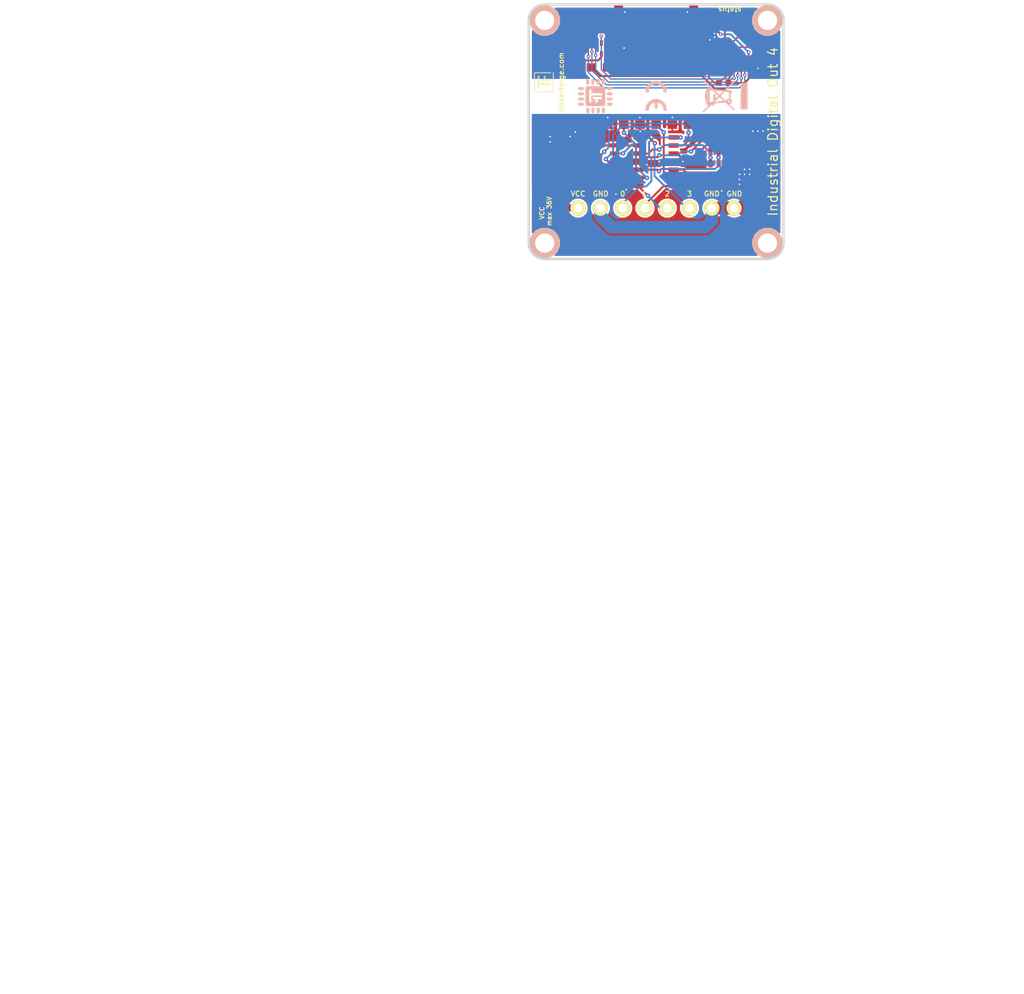
<source format=kicad_pcb>
(kicad_pcb (version 4) (host pcbnew 4.0.2+dfsg1-stable)
  (title_block (title "Industrial Digital Out 4 Bricklet 2.0") (date 2018-01-17) (rev 1.0) (company "Tinkerforge GmbH") (comment 1 "Licensed under CERN OHL v.1.1") (comment 2 "Copyright (©) 2018, L.Lauer <lukas@tinkerforge.com>"))
  (layers (0 Front signal) (31 Back signal) (34 B.Paste user) (35 F.Paste user) (36 B.SilkS user) (37 F.SilkS user) (38 B.Mask user) (39 F.Mask user) (44 Edge.Cuts user))
  (net 0 "")
  (net 1 3V3)
  (net 2 AGND)
  (net 3 GND)
  (net 4 OUTPUT1)
  (net 5 OUTPUT2)
  (net 6 OUTPUT3)
  (net 7 OUTPUT4)
  (net 8 VPP)
  (net 9 "Net-(D1-Pad2)")
  (net 10 "Net-(P1-Pad1)")
  (net 11 "Net-(P1-Pad4)")
  (net 12 "Net-(P1-Pad5)")
  (net 13 "Net-(P1-Pad6)")
  (net 14 "Net-(P2-Pad2)")
  (net 15 "Net-(P2-Pad3)")
  (net 16 "Net-(P2-Pad4)")
  (net 17 "Net-(P2-Pad5)")
  (net 18 "Net-(P2-Pad6)")
  (net 19 "Net-(RP1-Pad5)")
  (net 20 "Net-(RP1-Pad6)")
  (net 21 "Net-(RP1-Pad7)")
  (net 22 "Net-(RP1-Pad8)")
  (net 23 "Net-(RP2-Pad1)")
  (net 24 "Net-(RP2-Pad2)")
  (net 25 "Net-(RP2-Pad3)")
  (net 26 "Net-(RP2-Pad4)")
  (net 27 "Net-(RP3-Pad1)")
  (net 28 "Net-(RP3-Pad2)")
  (net 29 "Net-(RP3-Pad3)")
  (net 30 "Net-(RP3-Pad4)")
  (net 31 "Net-(U1-Pad7)")
  (net 32 "Net-(C4-Pad1)")
  (net 33 "Net-(D2-Pad2)")
  (net 34 "Net-(P3-Pad1)")
  (net 35 "Net-(P4-Pad2)")
  (net 36 "Net-(R2-Pad1)")
  (net 37 S-MISO)
  (net 38 S-MOSI)
  (net 39 S-CLK)
  (net 40 S-CS)
  (net 41 "Net-(U1-Pad2)")
  (net 42 "Net-(U1-Pad3)")
  (net 43 "Net-(U1-Pad5)")
  (net 44 "Net-(U1-Pad6)")
  (net 45 "Net-(U1-Pad8)")
  (net 46 "Net-(U1-Pad17)")
  (net 47 "Net-(U1-Pad19)")
  (net 48 "Net-(U1-Pad20)")
  (net 49 "Net-(U1-Pad21)")
  (net 50 "Net-(U1-Pad4)")
  (module kicad-libraries:Fiducial_Mark (layer Front) (at 99.3013 68.04914)
    (fp_text reference Fiducial_Mark hide)
    (fp_text value VAL** hide)
    (pad 1 smd circle (at 0 0) (size 1.00076 1.00076) (layers Front F.Paste F.Mask) (clearance 0.65024))
  )
  (module kicad-libraries:Fiducial_Mark (layer Front) (at 133.79958 44.04868)
    (fp_text reference Fiducial_Mark hide)
    (fp_text value VAL** hide)
    (pad 1 smd circle (at 0 0) (size 1.00076 1.00076) (layers Front F.Paste F.Mask) (clearance 0.65024))
  )
  (module kicad-libraries:Logo_31x31 (layer Front) (at 98.60026 51.84902 90)
    (fp_text reference G*** hide)
    (fp_text value Logo_31x31 hide)
  )
  (module kicad-libraries:WEEE_7mm (layer Back) (at 128.6 52.45 270)
    (fp_text reference VAL hide)
    (fp_text value WEEE_7mm hide)
  )
  (module kicad-libraries:CE_5mm (layer Back) (at 117.8 52.45 270)
    (fp_text reference VAL hide)
    (fp_text value CE_5mm hide)
  )
  (module C0805 (layer Front) (at 113.05032 65.19926 270)
    (fp_text reference C2)
    (fp_text value 100nF)
    (pad 1 smd rect (at -1.00076 0 270) (size 1.00076 1.24968) (layers Front F.Paste F.Mask) (net 8 VPP) (clearance 0.14986))
    (pad 2 smd rect (at 1.00076 0 270) (size 1.00076 1.24968) (layers Front F.Paste F.Mask) (net 2 AGND) (clearance 0.14986))
  )
  (module ELKO_83 (layer Front) (at 102.69982 62.29858 270)
    (fp_text reference C3)
    (fp_text value 68µF/50V)
    (pad 2 smd rect (at -3.50012 0 270) (size 4.0005 1.99898) (layers Front F.Paste F.Mask) (net 2 AGND))
    (pad 1 smd rect (at 3.50012 0 270) (size 4.0005 1.99898) (layers Front F.Paste F.Mask) (net 8 VPP))
  )
  (module C0402E (layer Front) (at 113.42 44.17 180)
    (fp_text reference C4)
    (fp_text value 220pF)
    (pad 1 smd rect (at -0.65 0 180) (size 0.7 0.9) (layers Front F.Paste F.Mask) (net 32 "Net-(C4-Pad1)"))
    (pad 2 smd rect (at 0.65 0 180) (size 0.7 0.9) (layers Front F.Paste F.Mask) (net 3 GND))
  )
  (module C0603F (layer Front) (at 126.25 42.14 270)
    (fp_text reference C5)
    (fp_text value 1uF)
    (pad 1 smd rect (at -0.75 0 270) (size 0.9 0.9) (layers Front F.Paste F.Mask) (net 1 3V3))
    (pad 2 smd rect (at 0.75 0 270) (size 0.9 0.9) (layers Front F.Paste F.Mask) (net 3 GND))
  )
  (module C0603F (layer Front) (at 128.4 50.38 180)
    (fp_text reference C6)
    (fp_text value 100nF)
    (pad 1 smd rect (at -0.75 0 180) (size 0.9 0.9) (layers Front F.Paste F.Mask) (net 1 3V3))
    (pad 2 smd rect (at 0.75 0 180) (size 0.9 0.9) (layers Front F.Paste F.Mask) (net 3 GND))
  )
  (module MiniMelf (layer Front) (at 133.79958 60.84824 90)
    (fp_text reference D1)
    (fp_text value Z12V)
    (pad 2 smd rect (at -1.69926 0 90) (size 1.19888 1.6002) (layers Front F.Paste F.Mask) (net 9 "Net-(D1-Pad2)"))
    (pad 1 smd rect (at 1.69926 0 90) (size 1.19888 1.6002) (layers Front F.Paste F.Mask) (net 2 AGND))
  )
  (module D0603F (layer Front) (at 129.36 40.12)
    (fp_text reference D2)
    (fp_text value blue)
    (pad 1 smd rect (at -0.75 0) (size 0.9 0.9) (layers Front F.Paste F.Mask) (net 1 3V3))
    (pad 2 smd rect (at 0.75 0) (size 0.9 0.9) (layers Front F.Paste F.Mask) (net 33 "Net-(D2-Pad2)"))
  )
  (module CON-SENSOR2 (layer Front) (at 117.8 38.05 180)
    (fp_text reference P1)
    (fp_text value CON-SENSOR2)
    (pad 1 smd rect (at -3.75 -4.6 180) (size 0.6 1.8) (layers Front F.Paste F.Mask) (net 10 "Net-(P1-Pad1)"))
    (pad 2 smd rect (at -2.5 -4.6 180) (size 0.6 1.8) (layers Front F.Paste F.Mask) (net 3 GND))
    (pad EP smd rect (at -5.9 -1.2 180) (size 1.4 2.4) (layers Front F.Paste F.Mask) (net 3 GND))
    (pad EP smd rect (at 5.9 -1.2 180) (size 1.4 2.4) (layers Front F.Paste F.Mask) (net 3 GND))
    (pad 3 smd rect (at -1.25 -4.6 180) (size 0.6 1.8) (layers Front F.Paste F.Mask) (net 1 3V3))
    (pad 4 smd rect (at 0 -4.6 180) (size 0.6 1.8) (layers Front F.Paste F.Mask) (net 11 "Net-(P1-Pad4)"))
    (pad 5 smd rect (at 1.25 -4.6 180) (size 0.6 1.8) (layers Front F.Paste F.Mask) (net 12 "Net-(P1-Pad5)"))
    (pad 6 smd rect (at 2.5 -4.6 180) (size 0.6 1.8) (layers Front F.Paste F.Mask) (net 13 "Net-(P1-Pad6)"))
    (pad 7 smd rect (at 3.75 -4.6 180) (size 0.6 1.8) (layers Front F.Paste F.Mask) (net 32 "Net-(C4-Pad1)"))
  )
  (module OQ_8P (layer Front) (at 117.80012 70.05066)
    (fp_text reference P2)
    (fp_text value "Digital Output")
    (pad 2 thru_hole circle (at -8.7503 0) (size 2.4003 2.4003) (drill 1.39954) (layers *.Cu *.Mask F.SilkS) (net 14 "Net-(P2-Pad2)"))
    (pad 3 thru_hole circle (at -5.25018 0) (size 2.4003 2.4003) (drill 1.39954) (layers *.Cu *.Mask F.SilkS) (net 15 "Net-(P2-Pad3)"))
    (pad 4 thru_hole circle (at -1.75006 0) (size 2.4003 2.4003) (drill 1.39954) (layers *.Cu *.Mask F.SilkS) (net 16 "Net-(P2-Pad4)"))
    (pad 1 thru_hole circle (at -12.25042 0) (size 2.4003 2.4003) (drill 1.39954) (layers *.Cu *.Mask F.SilkS) (net 8 VPP))
    (pad 5 thru_hole circle (at 1.75006 0) (size 2.4003 2.4003) (drill 1.39954) (layers *.Cu *.Mask F.SilkS) (net 17 "Net-(P2-Pad5)"))
    (pad 6 thru_hole circle (at 5.25018 0) (size 2.4003 2.4003) (drill 1.39954) (layers *.Cu *.Mask F.SilkS) (net 18 "Net-(P2-Pad6)"))
    (pad 7 thru_hole circle (at 8.7503 0) (size 2.4003 2.4003) (drill 1.39954) (layers *.Cu *.Mask F.SilkS) (net 14 "Net-(P2-Pad2)"))
    (pad 8 thru_hole circle (at 12.25042 0) (size 2.4003 2.4003) (drill 1.39954) (layers *.Cu *.Mask F.SilkS) (net 14 "Net-(P2-Pad2)"))
  )
  (module kicad-libraries:DEBUG_PAD (layer Front) (at 131.01 42.78)
    (fp_text reference P3)
    (fp_text value DEBUG)
    (pad 1 smd circle (at 0 0) (size 0.7 0.7) (layers Front F.Paste F.Mask) (net 34 "Net-(P3-Pad1)"))
  )
  (module SolderJumper (layer Front) (at 133.8 47.11 90)
    (fp_text reference P4)
    (fp_text value BOOT)
    (pad 2 smd rect (at 0.55 0 90) (size 0.3 1.4) (layers Front F.Mask) (net 35 "Net-(P4-Pad2)"))
    (pad 2 smd rect (at 0.15 0 90) (size 0.6 0.5) (layers Front F.Mask) (net 35 "Net-(P4-Pad2)"))
    (pad 1 smd rect (at -0.5 0 90) (size 0.4 1.4) (layers Front F.Mask) (net 3 GND))
    (pad 1 smd rect (at -0.225 0.55 90) (size 0.95 0.3) (layers Front F.Mask) (net 3 GND))
    (pad 1 smd rect (at -0.225 -0.55 90) (size 0.95 0.3) (layers Front F.Mask) (net 3 GND))
  )
  (module SOT23GDS (layer Front) (at 133.4008 66.74866)
    (fp_text reference Q1)
    (fp_text value FDN5630)
    (pad S smd rect (at -0.889 -1.016) (size 0.9144 0.9144) (layers Front F.Paste F.Mask) (net 2 AGND))
    (pad G smd rect (at 0.889 -1.016) (size 0.9144 0.9144) (layers Front F.Paste F.Mask) (net 9 "Net-(D1-Pad2)"))
    (pad D smd rect (at 0 1.016) (size 0.9144 0.9144) (layers Front F.Paste F.Mask) (net 14 "Net-(P2-Pad2)"))
  )
  (module R0603F (layer Front) (at 131.89966 61.74994 270)
    (fp_text reference R1)
    (fp_text value 100k)
    (pad 1 smd rect (at -0.75 0 270) (size 0.9 0.9) (layers Front F.Paste F.Mask) (net 8 VPP))
    (pad 2 smd rect (at 0.75 0 270) (size 0.9 0.9) (layers Front F.Paste F.Mask) (net 9 "Net-(D1-Pad2)"))
  )
  (module R0603F (layer Front) (at 129.36 41.46)
    (fp_text reference R2)
    (fp_text value 1k)
    (pad 1 smd rect (at -0.75 0) (size 0.9 0.9) (layers Front F.Paste F.Mask) (net 36 "Net-(R2-Pad1)"))
    (pad 2 smd rect (at 0.75 0) (size 0.9 0.9) (layers Front F.Paste F.Mask) (net 33 "Net-(D2-Pad2)"))
  )
  (module 0603X4 (layer Front) (at 110.4 44.95)
    (fp_text reference RP1)
    (fp_text value 1k)
    (pad 1 smd rect (at 1.19888 -0.8509) (size 0.44958 0.89916) (layers Front F.Paste F.Mask) (net 4 OUTPUT1))
    (pad 2 smd rect (at 0.39878 -0.8509) (size 0.44958 0.89916) (layers Front F.Paste F.Mask) (net 5 OUTPUT2))
    (pad 3 smd rect (at -0.39878 -0.8509) (size 0.44958 0.89916) (layers Front F.Paste F.Mask) (net 6 OUTPUT3))
    (pad 4 smd rect (at -1.19888 -0.8509) (size 0.44958 0.89916) (layers Front F.Paste F.Mask) (net 7 OUTPUT4))
    (pad 5 smd rect (at -1.19888 0.8509) (size 0.44958 0.89916) (layers Front F.Paste F.Mask) (net 19 "Net-(RP1-Pad5)"))
    (pad 6 smd rect (at -0.39878 0.8509) (size 0.44958 0.89916) (layers Front F.Paste F.Mask) (net 20 "Net-(RP1-Pad6)"))
    (pad 7 smd rect (at 0.39878 0.8509) (size 0.44958 0.89916) (layers Front F.Paste F.Mask) (net 21 "Net-(RP1-Pad7)"))
    (pad 8 smd rect (at 1.19888 0.8509) (size 0.44958 0.89916) (layers Front F.Paste F.Mask) (net 22 "Net-(RP1-Pad8)"))
  )
  (module 1206X4 (layer Front) (at 109.5502 62.09792 90)
    (fp_text reference RP2)
    (fp_text value 12k)
    (pad 1 smd rect (at -1.90246 1.59766 270) (size 0.6477 1.19888) (layers Front F.Paste F.Mask) (net 23 "Net-(RP2-Pad1)"))
    (pad 2 smd rect (at -0.63246 1.59766 270) (size 0.6477 1.19888) (layers Front F.Paste F.Mask) (net 24 "Net-(RP2-Pad2)"))
    (pad 3 smd rect (at 0.63246 1.59766 270) (size 0.6477 1.19888) (layers Front F.Paste F.Mask) (net 25 "Net-(RP2-Pad3)"))
    (pad 4 smd rect (at 1.90246 1.59766 270) (size 0.6477 1.19888) (layers Front F.Paste F.Mask) (net 26 "Net-(RP2-Pad4)"))
    (pad 5 smd rect (at 1.90246 -1.59766 90) (size 0.6477 1.19888) (layers Front F.Paste F.Mask) (net 8 VPP))
    (pad 6 smd rect (at 0.63246 -1.59766 90) (size 0.6477 1.19888) (layers Front F.Paste F.Mask) (net 8 VPP))
    (pad 7 smd rect (at -0.63246 -1.59766 90) (size 0.6477 1.19888) (layers Front F.Paste F.Mask) (net 8 VPP))
    (pad 8 smd rect (at -1.90246 -1.59766 90) (size 0.6477 1.19888) (layers Front F.Paste F.Mask) (net 8 VPP))
  )
  (module 1206X4 (layer Front) (at 128.24968 59.5503)
    (fp_text reference RP3)
    (fp_text value 10k)
    (pad 1 smd rect (at -1.90246 1.59766 180) (size 0.6477 1.19888) (layers Front F.Paste F.Mask) (net 27 "Net-(RP3-Pad1)"))
    (pad 2 smd rect (at -0.63246 1.59766 180) (size 0.6477 1.19888) (layers Front F.Paste F.Mask) (net 28 "Net-(RP3-Pad2)"))
    (pad 3 smd rect (at 0.63246 1.59766 180) (size 0.6477 1.19888) (layers Front F.Paste F.Mask) (net 29 "Net-(RP3-Pad3)"))
    (pad 4 smd rect (at 1.90246 1.59766 180) (size 0.6477 1.19888) (layers Front F.Paste F.Mask) (net 30 "Net-(RP3-Pad4)"))
    (pad 5 smd rect (at 1.90246 -1.59766) (size 0.6477 1.19888) (layers Front F.Paste F.Mask) (net 8 VPP))
    (pad 6 smd rect (at 0.63246 -1.59766) (size 0.6477 1.19888) (layers Front F.Paste F.Mask) (net 8 VPP))
    (pad 7 smd rect (at -0.63246 -1.59766) (size 0.6477 1.19888) (layers Front F.Paste F.Mask) (net 8 VPP))
    (pad 8 smd rect (at -1.90246 -1.59766) (size 0.6477 1.19888) (layers Front F.Paste F.Mask) (net 8 VPP))
  )
  (module 1206X4 (layer Front) (at 128.24968 64.64808)
    (fp_text reference RP4)
    (fp_text value 10k)
    (pad 1 smd rect (at -1.90246 1.59766 180) (size 0.6477 1.19888) (layers Front F.Paste F.Mask) (net 2 AGND))
    (pad 2 smd rect (at -0.63246 1.59766 180) (size 0.6477 1.19888) (layers Front F.Paste F.Mask) (net 2 AGND))
    (pad 3 smd rect (at 0.63246 1.59766 180) (size 0.6477 1.19888) (layers Front F.Paste F.Mask) (net 2 AGND))
    (pad 4 smd rect (at 1.90246 1.59766 180) (size 0.6477 1.19888) (layers Front F.Paste F.Mask) (net 2 AGND))
    (pad 5 smd rect (at 1.90246 -1.59766) (size 0.6477 1.19888) (layers Front F.Paste F.Mask) (net 30 "Net-(RP3-Pad4)"))
    (pad 6 smd rect (at 0.63246 -1.59766) (size 0.6477 1.19888) (layers Front F.Paste F.Mask) (net 29 "Net-(RP3-Pad3)"))
    (pad 7 smd rect (at -0.63246 -1.59766) (size 0.6477 1.19888) (layers Front F.Paste F.Mask) (net 28 "Net-(RP3-Pad2)"))
    (pad 8 smd rect (at -1.90246 -1.59766) (size 0.6477 1.19888) (layers Front F.Paste F.Mask) (net 27 "Net-(RP3-Pad1)"))
  )
  (module 4X0402 (layer Front) (at 118.97 44.86 270)
    (fp_text reference RP5)
    (fp_text value 82)
    (pad 1 smd rect (at -0.7493 0.575 90) (size 0.29972 0.65) (layers Front F.Paste F.Mask) (net 11 "Net-(P1-Pad4)"))
    (pad 2 smd rect (at -0.24892 0.575 90) (size 0.29972 0.65) (layers Front F.Paste F.Mask) (net 12 "Net-(P1-Pad5)"))
    (pad 3 smd rect (at 0.24892 0.575 90) (size 0.29972 0.65) (layers Front F.Paste F.Mask) (net 13 "Net-(P1-Pad6)"))
    (pad 4 smd rect (at 0.7493 0.575 90) (size 0.29972 0.65) (layers Front F.Paste F.Mask) (net 32 "Net-(C4-Pad1)"))
    (pad 5 smd rect (at 0.7493 -0.575 270) (size 0.29972 0.65) (layers Front F.Paste F.Mask) (net 37 S-MISO))
    (pad 6 smd rect (at 0.24892 -0.575 270) (size 0.29972 0.65) (layers Front F.Paste F.Mask) (net 38 S-MOSI))
    (pad 7 smd rect (at -0.24892 -0.575 270) (size 0.29972 0.65) (layers Front F.Paste F.Mask) (net 39 S-CLK))
    (pad 8 smd rect (at -0.7493 -0.575 270) (size 0.29972 0.65) (layers Front F.Paste F.Mask) (net 40 S-CS))
  )
  (module kicad-libraries:QFN24-4x4mm-0.5mm (layer Front) (at 127.59 46.57 45)
    (fp_text reference U1)
    (fp_text value XMC1XXX24)
    (pad 1 smd oval (at -2.025 -1.25 45) (size 1 0.3) (layers Front F.Paste F.Mask) (net 37 S-MISO))
    (pad 2 smd oval (at -2.025 -0.75 45) (size 1 0.3) (layers Front F.Paste F.Mask) (net 41 "Net-(U1-Pad2)"))
    (pad 3 smd oval (at -2.025 -0.25 45) (size 1 0.3) (layers Front F.Paste F.Mask) (net 42 "Net-(U1-Pad3)"))
    (pad 4 smd oval (at -2.025 0.25 45) (size 1 0.3) (layers Front F.Paste F.Mask) (net 50 "Net-(U1-Pad4)"))
    (pad 5 smd oval (at -2.025 0.75 45) (size 1 0.3) (layers Front F.Paste F.Mask) (net 43 "Net-(U1-Pad5)"))
    (pad 6 smd oval (at -2.025 1.25 45) (size 1 0.3) (layers Front F.Paste F.Mask) (net 44 "Net-(U1-Pad6)"))
    (pad 7 smd oval (at -1.25 2.025 135) (size 1 0.3) (layers Front F.Paste F.Mask) (net 31 "Net-(U1-Pad7)"))
    (pad 8 smd oval (at -0.75 2.025 135) (size 1 0.3) (layers Front F.Paste F.Mask) (net 45 "Net-(U1-Pad8)"))
    (pad 9 smd oval (at -0.25 2.025 135) (size 1 0.3) (layers Front F.Paste F.Mask) (net 3 GND))
    (pad 10 smd oval (at 0.25 2.025 135) (size 1 0.3) (layers Front F.Paste F.Mask) (net 1 3V3))
    (pad 11 smd oval (at 0.75 2.025 135) (size 1 0.3) (layers Front F.Paste F.Mask) (net 7 OUTPUT4))
    (pad 12 smd oval (at 1.25 2.025 135) (size 1 0.3) (layers Front F.Paste F.Mask) (net 6 OUTPUT3))
    (pad 13 smd oval (at 2.025 1.25 45) (size 1 0.3) (layers Front F.Paste F.Mask) (net 5 OUTPUT2))
    (pad 14 smd oval (at 2.025 0.75 45) (size 1 0.3) (layers Front F.Paste F.Mask) (net 4 OUTPUT1))
    (pad 15 smd oval (at 2.025 0.25 45) (size 1 0.3) (layers Front F.Paste F.Mask) (net 35 "Net-(P4-Pad2)"))
    (pad 16 smd oval (at 2.025 -0.25 45) (size 1 0.3) (layers Front F.Paste F.Mask) (net 34 "Net-(P3-Pad1)"))
    (pad 17 smd oval (at 2.025 -0.75 45) (size 1 0.3) (layers Front F.Paste F.Mask) (net 46 "Net-(U1-Pad17)"))
    (pad 18 smd oval (at 2.025 -1.25 45) (size 1 0.3) (layers Front F.Paste F.Mask) (net 36 "Net-(R2-Pad1)"))
    (pad 19 smd oval (at 1.25 -2.025 135) (size 1 0.3) (layers Front F.Paste F.Mask) (net 47 "Net-(U1-Pad19)"))
    (pad 20 smd oval (at 0.75 -2.025 135) (size 1 0.3) (layers Front F.Paste F.Mask) (net 48 "Net-(U1-Pad20)"))
    (pad 21 smd oval (at 0.25 -2.025 135) (size 1 0.3) (layers Front F.Paste F.Mask) (net 49 "Net-(U1-Pad21)"))
    (pad 22 smd oval (at -0.25 -2.025 135) (size 1 0.3) (layers Front F.Paste F.Mask) (net 40 S-CS))
    (pad 23 smd oval (at -0.75 -2.025 135) (size 1 0.3) (layers Front F.Paste F.Mask) (net 39 S-CLK))
    (pad 24 smd oval (at -1.25 -2.025 135) (size 1 0.3) (layers Front F.Paste F.Mask) (net 38 S-MOSI))
    (pad EXP smd rect (at 0.65 0.65 45) (size 1.3 1.3) (layers Front F.Paste F.Mask) (net 3 GND))
    (pad EXP smd rect (at 0.65 -0.65 45) (size 1.3 1.3) (layers Front F.Paste F.Mask) (net 3 GND))
    (pad EXP smd rect (at -0.65 0.65 45) (size 1.3 1.3) (layers Front F.Paste F.Mask) (net 3 GND))
    (pad EXP smd rect (at -0.65 -0.65 45) (size 1.3 1.3) (layers Front F.Paste F.Mask) (net 3 GND))
  )
  (module OPTO-SMD16 (layer Front) (at 114.00028 52.44846 180)
    (fp_text reference U2)
    (fp_text value LTV846S)
    (pad 1 smd rect (at -8.88746 4.49834) (size 1.4986 1.29794) (layers Front F.Paste F.Mask) (net 1 3V3))
    (pad 2 smd rect (at -6.34746 4.49834) (size 1.4986 1.29794) (layers Front F.Paste F.Mask) (net 22 "Net-(RP1-Pad8)"))
    (pad 3 smd rect (at -3.80746 4.49834) (size 1.4986 1.29794) (layers Front F.Paste F.Mask) (net 1 3V3))
    (pad 4 smd rect (at -1.26746 4.49834) (size 1.4986 1.29794) (layers Front F.Paste F.Mask) (net 21 "Net-(RP1-Pad7)"))
    (pad 5 smd rect (at 1.26746 4.49834) (size 1.4986 1.29794) (layers Front F.Paste F.Mask) (net 1 3V3))
    (pad 6 smd rect (at 3.80746 4.49834) (size 1.4986 1.29794) (layers Front F.Paste F.Mask) (net 20 "Net-(RP1-Pad6)"))
    (pad 7 smd rect (at 6.34746 4.49834) (size 1.4986 1.29794) (layers Front F.Paste F.Mask) (net 1 3V3))
    (pad 8 smd rect (at 8.88746 4.49834) (size 1.4986 1.29794) (layers Front F.Paste F.Mask) (net 19 "Net-(RP1-Pad5)"))
    (pad 9 smd rect (at 8.88746 -4.49834 180) (size 1.4986 1.29794) (layers Front F.Paste F.Mask) (net 2 AGND))
    (pad 10 smd rect (at 6.34746 -4.49834 180) (size 1.4986 1.29794) (layers Front F.Paste F.Mask) (net 26 "Net-(RP2-Pad4)"))
    (pad 11 smd rect (at 3.80746 -4.49834 180) (size 1.4986 1.29794) (layers Front F.Paste F.Mask) (net 2 AGND))
    (pad 12 smd rect (at 1.26746 -4.49834 180) (size 1.4986 1.29794) (layers Front F.Paste F.Mask) (net 25 "Net-(RP2-Pad3)"))
    (pad 13 smd rect (at -1.26746 -4.49834 180) (size 1.4986 1.29794) (layers Front F.Paste F.Mask) (net 2 AGND))
    (pad 14 smd rect (at -3.80746 -4.49834 180) (size 1.4986 1.29794) (layers Front F.Paste F.Mask) (net 24 "Net-(RP2-Pad2)"))
    (pad 15 smd rect (at -6.34746 -4.49834 180) (size 1.4986 1.29794) (layers Front F.Paste F.Mask) (net 2 AGND))
    (pad 16 smd rect (at -8.88746 -4.49834 180) (size 1.4986 1.29794) (layers Front F.Paste F.Mask) (net 23 "Net-(RP2-Pad1)"))
  )
  (module SOP14 (layer Front) (at 117.80012 62.74816 270)
    (fp_text reference U3)
    (fp_text value OPA4171AIDR)
    (pad 1 smd rect (at -3.80746 2.74828 90) (size 0.6985 1.59766) (layers Front F.Paste F.Mask) (net 18 "Net-(P2-Pad6)"))
    (pad 2 smd rect (at -2.53746 2.74828 90) (size 0.6985 1.59766) (layers Front F.Paste F.Mask) (net 26 "Net-(RP2-Pad4)"))
    (pad 3 smd rect (at -1.26746 2.74828 90) (size 0.6985 1.59766) (layers Front F.Paste F.Mask) (net 27 "Net-(RP3-Pad1)"))
    (pad 4 smd rect (at 0 2.74828 90) (size 0.6985 1.59766) (layers Front F.Paste F.Mask) (net 8 VPP))
    (pad 5 smd rect (at 1.26746 2.74828 90) (size 0.6985 1.59766) (layers Front F.Paste F.Mask) (net 28 "Net-(RP3-Pad2)"))
    (pad 6 smd rect (at 2.53746 2.74828 90) (size 0.6985 1.59766) (layers Front F.Paste F.Mask) (net 25 "Net-(RP2-Pad3)"))
    (pad 7 smd rect (at 3.80746 2.74828 90) (size 0.6985 1.59766) (layers Front F.Paste F.Mask) (net 17 "Net-(P2-Pad5)"))
    (pad 8 smd rect (at 3.80746 -2.74828 270) (size 0.6985 1.59766) (layers Front F.Paste F.Mask) (net 16 "Net-(P2-Pad4)"))
    (pad 9 smd rect (at 2.53746 -2.74828 270) (size 0.6985 1.59766) (layers Front F.Paste F.Mask) (net 24 "Net-(RP2-Pad2)"))
    (pad 10 smd rect (at 1.26746 -2.74828 270) (size 0.6985 1.59766) (layers Front F.Paste F.Mask) (net 29 "Net-(RP3-Pad3)"))
    (pad 11 smd rect (at 0 -2.74828 270) (size 0.6985 1.59766) (layers Front F.Paste F.Mask) (net 2 AGND))
    (pad 12 smd rect (at -1.26746 -2.74828 270) (size 0.6985 1.59766) (layers Front F.Paste F.Mask) (net 30 "Net-(RP3-Pad4)"))
    (pad 13 smd rect (at -2.53746 -2.74828 270) (size 0.6985 1.59766) (layers Front F.Paste F.Mask) (net 23 "Net-(RP2-Pad1)"))
    (pad 14 smd rect (at -3.80746 -2.74828 270) (size 0.6985 1.59766) (layers Front F.Paste F.Mask) (net 15 "Net-(P2-Pad3)"))
  )
  (module DRILL_NP (layer Front) (at 135.30072 40.5511)
    (fp_text reference U4 hide)
    (fp_text value DRILL hide)
    (pad "" np_thru_hole circle (at 0 0) (size 2.99974 2.99974) (drill 2.99974) (layers *.Cu *.Mask F.SilkS) (clearance 0.89916))
  )
  (module DRILL_NP (layer Front) (at 135.30072 75.54976)
    (fp_text reference U5 hide)
    (fp_text value DRILL hide)
    (pad "" np_thru_hole circle (at 0 0) (size 2.99974 2.99974) (drill 2.99974) (layers *.Cu *.Mask F.SilkS) (clearance 0.89916))
  )
  (module DRILL_NP (layer Front) (at 100.29952 75.54976)
    (fp_text reference U6 hide)
    (fp_text value DRILL hide)
    (pad "" np_thru_hole circle (at 0 0) (size 2.99974 2.99974) (drill 2.99974) (layers *.Cu *.Mask F.SilkS) (clearance 0.89916))
  )
  (module DRILL_NP (layer Front) (at 100.29952 40.54856)
    (fp_text reference U7 hide)
    (fp_text value DRILL hide)
    (pad "" np_thru_hole circle (at 0 0) (size 2.99974 2.99974) (drill 2.99974) (layers *.Cu *.Mask F.SilkS) (clearance 0.89916))
  )
  (module C0805 (layer Front) (at 124.74 42.34 270)
    (fp_text reference C1)
    (fp_text value 10uF)
    (pad 1 smd rect (at -1.00076 0 270) (size 1.00076 1.24968) (layers Front F.Paste F.Mask) (net 1 3V3) (clearance 0.14986))
    (pad 2 smd rect (at 1.00076 0 270) (size 1.00076 1.24968) (layers Front F.Paste F.Mask) (net 3 GND) (clearance 0.14986))
  )
  (module kicad-libraries:Logo_CoMCU (layer Back) (at 108.25 52.45 270)
    (fp_text reference G*** hide)
    (fp_text value LOGO hide)
  )
  (gr_text status (at 129.37 38.89 180) (layer F.SilkS) (effects (font (size 0.8 0.8))))
  (gr_text "VCC \nmax 36V" (at 100.44938 70.5485 90) (layer F.SilkS) (effects (font (size 0.70104 0.70104) (thickness 0.14986))))
  (gr_text GND (at 130.10134 67.80022) (layer F.SilkS) (effects (font (size 0.8001 0.8001) (thickness 0.14986))))
  (gr_text GND (at 126.55042 67.80022) (layer F.SilkS) (effects (font (size 0.8001 0.8001) (thickness 0.14986))))
  (gr_text 3 (at 123.0503 67.80022) (layer F.SilkS) (effects (font (size 0.8001 0.8001) (thickness 0.14986))))
  (gr_text 2 (at 119.55018 67.80022) (layer F.SilkS) (effects (font (size 0.8001 0.8001) (thickness 0.14986))))
  (gr_text 1 (at 115.951 67.80022) (layer F.SilkS) (effects (font (size 0.8001 0.8001) (thickness 0.14986))))
  (gr_text 0 (at 112.54994 67.80022) (layer F.SilkS) (effects (font (size 0.8001 0.8001) (thickness 0.14986))))
  (gr_text GND (at 109.10062 67.80022) (layer F.SilkS) (effects (font (size 0.8001 0.8001) (thickness 0.14986))))
  (gr_text VCC (at 105.5497 67.80022) (layer F.SilkS) (effects (font (size 0.8001 0.8001) (thickness 0.14986))))
  (gr_text tinkerforge.com (at 102.90048 50.24882 90) (layer F.SilkS) (effects (font (size 0.8001 0.8001) (thickness 0.14986))))
  (gr_text "Industrial Digital Out 4" (at 136.14908 58.04916 90) (layer F.SilkS) (effects (font (size 1.50114 1.50114) (thickness 0.20066))))
  (gr_arc (start 100.29952 40.5511) (end 97.80016 40.5511) (angle 90) (layer Edge.Cuts) (width 0.381))
  (gr_arc (start 100.29952 75.54976) (end 100.29952 78.04912) (angle 90) (layer Edge.Cuts) (width 0.381))
  (gr_arc (start 135.29818 75.54976) (end 137.80008 75.54976) (angle 90) (layer Edge.Cuts) (width 0.381))
  (gr_arc (start 135.29818 40.5511) (end 135.29818 38.0492) (angle 90) (layer Edge.Cuts) (width 0.381))
  (gr_line (start 97.80016 40.5511) (end 97.80016 75.54976) (angle 90) (layer Edge.Cuts) (width 0.381))
  (gr_line (start 135.30072 38.0492) (end 100.29952 38.0492) (angle 90) (layer Edge.Cuts) (width 0.381))
  (gr_line (start 137.80262 75.54976) (end 137.80262 40.5511) (angle 90) (layer Edge.Cuts) (width 0.381))
  (gr_line (start 100.29952 78.04912) (end 135.30072 78.04912) (angle 90) (layer Edge.Cuts) (width 0.381))
  (segment (start 129.15 50.38) (end 131.69 50.38) (width 0.3) (layer Front) (net 1))
  (segment (start 127.29 41.39) (end 126.25 41.39) (width 0.3) (layer Front) (net 1))
  (segment (start 127.57 41.67) (end 127.29 41.39) (width 0.3) (layer Front) (net 1))
  (segment (start 127.57 42.35) (end 127.57 41.67) (width 0.3) (layer Front) (net 1))
  (segment (start 127.96 42.74) (end 127.57 42.35) (width 0.3) (layer Front) (net 1))
  (via (at 127.96 42.74) (size 0.55) (drill 0.25) (layers Front Back) (net 1))
  (segment (start 129.52 42.74) (end 127.96 42.74) (width 0.3) (layer Back) (net 1))
  (segment (start 132.33 45.55) (end 129.52 42.74) (width 0.3) (layer Back) (net 1))
  (via (at 132.33 45.55) (size 0.55) (drill 0.25) (layers Front Back) (net 1))
  (segment (start 132.33 49.74) (end 132.33 45.55) (width 0.3) (layer Front) (net 1))
  (segment (start 131.69 50.38) (end 132.33 49.74) (width 0.3) (layer Front) (net 1))
  (segment (start 123.59 49.29886) (end 125.05886 49.29886) (width 0.3) (layer Front) (net 1))
  (segment (start 129.15 50.98) (end 129.15 50.38) (width 0.3) (layer Front) (net 1))
  (segment (start 128.78 51.35) (end 129.15 50.98) (width 0.3) (layer Front) (net 1))
  (segment (start 127.11 51.35) (end 128.78 51.35) (width 0.3) (layer Front) (net 1))
  (segment (start 125.05886 49.29886) (end 127.11 51.35) (width 0.3) (layer Front) (net 1))
  (segment (start 126.25 41.39) (end 126.78 41.39) (width 0.25) (layer Front) (net 1))
  (segment (start 126.78 41.39) (end 128.05 40.12) (width 0.25) (layer Front) (net 1))
  (segment (start 128.05 40.12) (end 128.62 40.12) (width 0.25) (layer Front) (net 1))
  (segment (start 124.74 41.33924) (end 126.19924 41.33924) (width 0.4) (layer Front) (net 1))
  (segment (start 126.19924 41.33924) (end 126.25 41.39) (width 0.4) (layer Front) (net 1))
  (segment (start 129.198668 47.825115) (end 129.215115 47.825115) (width 0.25) (layer Front) (net 1))
  (segment (start 129.215115 47.825115) (end 129.64 48.25) (width 0.25) (layer Front) (net 1))
  (segment (start 129.15 49.69) (end 129.15 50.38) (width 0.25) (layer Front) (net 1))
  (segment (start 129.64 49.2) (end 129.15 49.69) (width 0.25) (layer Front) (net 1))
  (segment (start 129.64 48.25) (end 129.64 49.2) (width 0.25) (layer Front) (net 1))
  (segment (start 119.05 42.65) (end 119.05 41.47) (width 0.4) (layer Front) (net 1))
  (segment (start 119.18076 41.33924) (end 124.74 41.33924) (width 0.4) (layer Front) (net 1))
  (segment (start 119.05 41.47) (end 119.18076 41.33924) (width 0.4) (layer Front) (net 1))
  (segment (start 113.30178 49.29886) (end 112.6998 49.29886) (width 0.29972) (layer Front) (net 1))
  (segment (start 109.00156 49.29886) (end 107.65282 47.95012) (width 0.29972) (layer Front) (net 1))
  (segment (start 117.80774 48.7553) (end 118.3513 49.29886) (width 0.29972) (layer Front) (net 1))
  (segment (start 117.80774 47.95012) (end 117.80774 48.7553) (width 0.29972) (layer Front) (net 1))
  (segment (start 112.6998 49.29886) (end 109.00156 49.29886) (width 0.29972) (layer Front) (net 1))
  (segment (start 122.49912 49.29886) (end 118.3513 49.29886) (width 0.29972) (layer Front) (net 1))
  (segment (start 112.73282 48.7299) (end 113.30178 49.29886) (width 0.29972) (layer Front) (net 1))
  (segment (start 112.73282 47.95012) (end 112.73282 48.7299) (width 0.29972) (layer Front) (net 1))
  (segment (start 122.49912 49.29886) (end 123.59 49.29886) (width 0.29972) (layer Front) (net 1))
  (segment (start 123.59 49.29886) (end 123.60148 49.29886) (width 0.29972) (layer Front) (net 1))
  (segment (start 122.88774 48.58512) (end 123.60148 49.29886) (width 0.29972) (layer Front) (net 1))
  (segment (start 122.88774 47.95012) (end 122.88774 48.58512) (width 0.29972) (layer Front) (net 1))
  (segment (start 118.3513 49.29886) (end 113.30178 49.29886) (width 0.29972) (layer Front) (net 1))
  (segment (start 101.15042 59.64936) (end 101.15042 58.79846) (width 0.29972) (layer Front) (net 2))
  (segment (start 104.30002 58.79846) (end 104.99852 58.09996) (width 0.29972) (layer Back) (net 2))
  (segment (start 104.99852 58.09996) (end 105.10012 58.09996) (width 0.29972) (layer Back) (net 2))
  (segment (start 118.3005 62.74816) (end 122.00128 62.74816) (width 0.29972) (layer Back) (net 2))
  (via (at 116.34978 63.24854) (size 0.70104) (layers Front Back) (net 2))
  (segment (start 133.79958 62.6491) (end 132.4991 63.94958) (width 1.00076) (layer Back) (net 2))
  (segment (start 133.79958 57.9501) (end 133.79958 62.6491) (width 1.00076) (layer Back) (net 2))
  (segment (start 131.6482 55.79872) (end 133.79958 57.9501) (width 1.00076) (layer Back) (net 2))
  (segment (start 133.79958 57.9501) (end 133.79958 58.99912) (width 1.00076) (layer Front) (net 2))
  (via (at 132.99948 57.9501) (size 0.70104) (layers Front Back) (net 2))
  (segment (start 132.99948 57.9501) (end 133.79958 57.9501) (width 1.00076) (layer Front) (net 2))
  (via (at 115.24996 55.79872) (size 0.70104) (layers Front Back) (net 2))
  (segment (start 115.24996 55.79872) (end 115.26774 55.8165) (width 0.29972) (layer Front) (net 2))
  (segment (start 111.50092 67.84848) (end 106.90098 67.84848) (width 0.29972) (layer Back) (net 2))
  (segment (start 106.90098 67.84848) (end 104.30002 65.24752) (width 0.29972) (layer Back) (net 2))
  (segment (start 132.5118 64.76238) (end 132.4991 64.74968) (width 1.00076) (layer Front) (net 2))
  (via (at 130.8989 64.74968) (size 0.70104) (layers Front Back) (net 2))
  (via (at 131.699 63.94958) (size 0.70104) (layers Front Back) (net 2))
  (segment (start 131.699 64.74968) (end 131.699 63.94958) (width 1.00076) (layer Front) (net 2))
  (segment (start 131.699 63.94958) (end 132.4991 63.94958) (width 1.00076) (layer Front) (net 2))
  (via (at 131.699 64.74968) (size 0.70104) (layers Front Back) (net 2))
  (segment (start 130.8989 64.74968) (end 131.699 64.74968) (width 1.00076) (layer Front) (net 2))
  (segment (start 130.8989 65.9511) (end 130.60426 66.24574) (width 1.00076) (layer Front) (net 2))
  (segment (start 126.70028 67.3481) (end 126.34722 66.99504) (width 0.29972) (layer Front) (net 2))
  (segment (start 127.61722 67.33032) (end 127.59944 67.3481) (width 0.29972) (layer Front) (net 2))
  (segment (start 128.88214 66.24574) (end 128.88214 67.36842) (width 0.29972) (layer Front) (net 2))
  (segment (start 129.88036 67.36842) (end 130.15214 67.09664) (width 0.29972) (layer Front) (net 2))
  (segment (start 130.15214 67.09664) (end 130.15214 66.24574) (width 0.29972) (layer Front) (net 2))
  (segment (start 128.88214 67.36842) (end 129.88036 67.36842) (width 0.29972) (layer Front) (net 2))
  (via (at 128.09982 67.3481) (size 0.70104) (layers Front Back) (net 2))
  (via (at 130.8989 66.29908) (size 0.70104) (layers Front Back) (net 2))
  (segment (start 130.8989 66.29908) (end 130.8989 65.9511) (width 0.29972) (layer Front) (net 2))
  (via (at 130.8989 65.54978) (size 0.70104) (layers Front Back) (net 2))
  (segment (start 130.8989 65.54978) (end 130.8989 66.29908) (width 0.29972) (layer Back) (net 2))
  (segment (start 126.34722 66.99504) (end 126.34722 66.24574) (width 0.29972) (layer Front) (net 2))
  (segment (start 127.59944 67.3481) (end 126.70028 67.3481) (width 0.29972) (layer Front) (net 2))
  (segment (start 127.61722 67.33032) (end 127.59944 67.3481) (width 0.29972) (layer Front) (net 2))
  (segment (start 128.86182 67.3481) (end 128.09982 67.3481) (width 0.29972) (layer Front) (net 2))
  (segment (start 128.09982 67.3481) (end 127.59944 67.3481) (width 0.29972) (layer Front) (net 2))
  (segment (start 128.88214 67.36842) (end 128.86182 67.3481) (width 0.29972) (layer Front) (net 2))
  (segment (start 127.61722 66.24574) (end 127.61722 67.33032) (width 0.29972) (layer Front) (net 2))
  (via (at 133.79958 57.9501) (size 0.70104) (layers Front Back) (net 2))
  (segment (start 115.26774 55.8165) (end 115.26774 56.9468) (width 0.29972) (layer Front) (net 2))
  (segment (start 127.61722 66.24574) (end 128.88214 66.24574) (width 0.29972) (layer Front) (net 2))
  (segment (start 110.20044 55.79872) (end 115.24996 55.79872) (width 0.29972) (layer Back) (net 2))
  (via (at 104.30002 58.79846) (size 0.70104) (layers Front Back) (net 2))
  (segment (start 116.34978 63.24854) (end 115.80114 62.6999) (width 0.29972) (layer Back) (net 2))
  (segment (start 116.85016 62.74816) (end 116.34978 63.24854) (width 0.29972) (layer Front) (net 2))
  (via (at 111.50092 67.84848) (size 0.70104) (layers Front Back) (net 2))
  (segment (start 115.80114 58.49874) (end 115.30076 57.99836) (width 0.29972) (layer Back) (net 2))
  (via (at 132.4991 64.74968) (size 0.70104) (layers Front Back) (net 2))
  (via (at 132.4991 63.94958) (size 0.70104) (layers Front Back) (net 2))
  (segment (start 132.4991 63.94958) (end 132.4991 64.74968) (width 1.00076) (layer Front) (net 2))
  (segment (start 120.35028 55.79872) (end 115.24996 55.79872) (width 0.29972) (layer Back) (net 2))
  (via (at 101.15042 59.64936) (size 0.70104) (layers Front Back) (net 2))
  (segment (start 112.19942 67.14998) (end 111.50092 67.84848) (width 1.00076) (layer Front) (net 2))
  (via (at 105.10012 58.09996) (size 0.70104) (layers Front Back) (net 2))
  (segment (start 105.10012 58.09996) (end 105.11282 58.08726) (width 0.29972) (layer Front) (net 2))
  (segment (start 105.11282 58.08726) (end 105.11282 56.9468) (width 0.29972) (layer Front) (net 2))
  (via (at 110.20044 55.79872) (size 0.70104) (layers Front Back) (net 2))
  (segment (start 110.20044 55.79872) (end 107.8992 58.09996) (width 0.29972) (layer Back) (net 2))
  (via (at 115.30076 57.99836) (size 0.70104) (layers Front Back) (net 2))
  (segment (start 101.15042 58.79846) (end 102.69982 58.79846) (width 0.29972) (layer Front) (net 2))
  (segment (start 118.3005 62.74816) (end 116.85016 62.74816) (width 0.29972) (layer Front) (net 2))
  (segment (start 115.26774 57.96534) (end 115.26774 56.9468) (width 0.29972) (layer Front) (net 2))
  (via (at 120.35028 55.79872) (size 0.70104) (layers Front Back) (net 2))
  (segment (start 110.19282 55.80634) (end 110.20044 55.79872) (width 0.29972) (layer Front) (net 2))
  (via (at 122.00128 62.74816) (size 0.70104) (layers Front Back) (net 2))
  (segment (start 113.05032 66.20002) (end 113.05032 67.09918) (width 1.00076) (layer Front) (net 2))
  (segment (start 130.60426 66.24574) (end 130.15214 66.24574) (width 1.00076) (layer Front) (net 2))
  (segment (start 130.8989 65.54978) (end 130.8989 64.74968) (width 1.00076) (layer Front) (net 2))
  (segment (start 129.3495 66.24574) (end 130.15214 66.24574) (width 0.29972) (layer Front) (net 2))
  (segment (start 128.88214 66.24574) (end 129.3495 66.24574) (width 0.29972) (layer Front) (net 2))
  (segment (start 126.34722 66.24574) (end 127.61722 66.24574) (width 0.29972) (layer Front) (net 2))
  (segment (start 120.5484 62.74816) (end 122.00128 62.74816) (width 0.29972) (layer Front) (net 2))
  (segment (start 110.19282 56.9468) (end 110.19282 55.80634) (width 0.29972) (layer Front) (net 2))
  (segment (start 115.30076 57.99836) (end 115.26774 57.96534) (width 0.29972) (layer Front) (net 2))
  (via (at 113.10112 67.14998) (size 0.70104) (layers Front Back) (net 2))
  (segment (start 113.05032 67.09918) (end 113.10112 67.14998) (width 1.00076) (layer Front) (net 2))
  (segment (start 113.10112 67.14998) (end 112.19942 67.14998) (width 1.00076) (layer Front) (net 2))
  (segment (start 104.30002 65.24752) (end 104.30002 58.79846) (width 0.29972) (layer Back) (net 2))
  (via (at 134.59968 57.9501) (size 0.70104) (layers Front Back) (net 2))
  (segment (start 120.34774 55.80126) (end 120.35028 55.79872) (width 0.29972) (layer Front) (net 2))
  (segment (start 120.34774 56.9468) (end 120.34774 55.80126) (width 0.29972) (layer Front) (net 2))
  (segment (start 115.80114 62.6999) (end 115.80114 58.49874) (width 0.29972) (layer Back) (net 2))
  (segment (start 107.8992 58.09996) (end 105.10012 58.09996) (width 0.29972) (layer Back) (net 2))
  (via (at 101.15042 58.79846) (size 0.70104) (layers Front Back) (net 2))
  (segment (start 120.35028 55.79872) (end 131.6482 55.79872) (width 1.00076) (layer Back) (net 2))
  (via (at 118.3005 62.74816) (size 0.70104) (layers Front Back) (net 2))
  (segment (start 132.5118 65.73266) (end 132.5118 64.76238) (width 1.00076) (layer Front) (net 2))
  (segment (start 133.79958 57.9501) (end 134.59968 57.9501) (width 1.00076) (layer Front) (net 2))
  (segment (start 102.69982 58.79846) (end 104.30002 58.79846) (width 0.29972) (layer Front) (net 2))
  (segment (start 128.845115 48.178668) (end 128.845115 48.165115) (width 0.2) (layer Front) (net 3))
  (segment (start 128.845115 48.165115) (end 128.169239 47.489239) (width 0.2) (layer Front) (net 3))
  (segment (start 128.169239 47.489239) (end 127.59 47.489239) (width 0.2) (layer Front) (net 3))
  (segment (start 124.74 43.34076) (end 125.33924 43.34076) (width 0.4) (layer Front) (net 3))
  (segment (start 125.33924 43.34076) (end 125.79 42.89) (width 0.4) (layer Front) (net 3))
  (segment (start 125.79 42.89) (end 126.25 42.89) (width 0.4) (layer Front) (net 3))
  (segment (start 133.8 47.61) (end 133.8 48.09) (width 0.2) (layer Front) (net 3))
  (via (at 133.8 48.09) (size 0.55) (drill 0.25) (layers Front Back) (net 3))
  (segment (start 133.8 47.61) (end 134.21 47.61) (width 0.2) (layer Front) (net 3))
  (segment (start 134.21 47.61) (end 134.34 47.48) (width 0.2) (layer Front) (net 3))
  (segment (start 134.34 47.48) (end 134.34 47.26) (width 0.2) (layer Front) (net 3))
  (segment (start 134.34 47.26) (end 134.35 47.335) (width 0.2) (layer Front) (net 3))
  (segment (start 133.25 47.335) (end 133.25 47.49) (width 0.2) (layer Front) (net 3))
  (segment (start 133.25 47.49) (end 133.35 47.59) (width 0.2) (layer Front) (net 3))
  (segment (start 133.35 47.59) (end 133.81 47.59) (width 0.2) (layer Front) (net 3))
  (segment (start 133.81 47.59) (end 133.8 47.61) (width 0.2) (layer Front) (net 3))
  (segment (start 126.98 42.63) (end 126.51 42.63) (width 0.55) (layer Front) (net 3))
  (via (at 126.98 42.63) (size 0.55) (drill 0.25) (layers Front Back) (net 3))
  (segment (start 126.51 42.63) (end 126.25 42.89) (width 0.55) (layer Front) (net 3))
  (segment (start 126.98 42.63) (end 126.98 43.19) (width 0.55) (layer Front) (net 3))
  (segment (start 126.72 42.89) (end 126.98 42.63) (width 0.55) (layer Front) (net 3))
  (segment (start 126.25 42.89) (end 126.72 42.89) (width 0.55) (layer Front) (net 3))
  (via (at 126.98 43.19) (size 0.55) (drill 0.25) (layers Front Back) (net 3))
  (segment (start 126.98 43.19) (end 126.68 42.89) (width 0.55) (layer Front) (net 3))
  (segment (start 126.25 42.89) (end 126.25 43.62) (width 0.55) (layer Front) (net 3))
  (via (at 126.25 43.62) (size 0.55) (drill 0.25) (layers Front Back) (net 3))
  (segment (start 127.65 50.38) (end 126.99 50.38) (width 0.25) (layer Front) (net 3))
  (via (at 125.81 49.2) (size 0.55) (drill 0.25) (layers Front Back) (net 3))
  (segment (start 126.99 50.38) (end 125.81 49.2) (width 0.25) (layer Front) (net 3))
  (segment (start 128.76 49.4) (end 128.48 49.68) (width 0.25) (layer Front) (net 3))
  (segment (start 128.35 49.68) (end 127.65 50.38) (width 0.25) (layer Front) (net 3))
  (segment (start 128.48 49.68) (end 128.35 49.68) (width 0.25) (layer Front) (net 3))
  (segment (start 128.845115 48.178668) (end 128.845115 48.205115) (width 0.25) (layer Front) (net 3))
  (segment (start 128.845115 48.205115) (end 129.22 48.58) (width 0.25) (layer Front) (net 3))
  (segment (start 129.22 48.58) (end 129.22 48.94) (width 0.25) (layer Front) (net 3))
  (segment (start 129.22 48.94) (end 128.76 49.4) (width 0.25) (layer Front) (net 3))
  (segment (start 128.76 49.4) (end 128.75 49.41) (width 0.25) (layer Front) (net 3))
  (segment (start 126.670761 46.57) (end 127.59 45.650761) (width 0.55) (layer Front) (net 3))
  (segment (start 127.59 45.650761) (end 128.509239 46.57) (width 0.55) (layer Front) (net 3))
  (segment (start 128.509239 46.57) (end 127.59 47.489239) (width 0.55) (layer Front) (net 3))
  (segment (start 127.59 47.489239) (end 126.670761 46.57) (width 0.55) (layer Front) (net 3))
  (segment (start 123.7 39.25) (end 122.72 39.25) (width 0.55) (layer Front) (net 3))
  (via (at 122.72 39.25) (size 0.55) (drill 0.25) (layers Front Back) (net 3))
  (segment (start 111.9 39.25) (end 112.88 39.25) (width 0.55) (layer Front) (net 3))
  (via (at 112.88 39.25) (size 0.55) (drill 0.25) (layers Front Back) (net 3))
  (segment (start 112.77 44.17) (end 112.77 44.9) (width 0.55) (layer Front) (net 3))
  (via (at 112.77 44.9) (size 0.55) (drill 0.25) (layers Front Back) (net 3))
  (segment (start 120.3 42.65) (end 120.3 43.68) (width 0.4) (layer Front) (net 3))
  (segment (start 123.50924 43.34076) (end 124.74 43.34076) (width 0.4) (layer Front) (net 3))
  (segment (start 122.91 43.94) (end 123.50924 43.34076) (width 0.4) (layer Front) (net 3))
  (segment (start 120.56 43.94) (end 122.91 43.94) (width 0.4) (layer Front) (net 3))
  (segment (start 120.3 43.68) (end 120.56 43.94) (width 0.4) (layer Front) (net 3))
  (segment (start 129.552221 45.668439) (end 129.552221 45.667779) (width 0.2) (layer Front) (net 4))
  (segment (start 129.552221 45.667779) (end 130 45.22) (width 0.2) (layer Front) (net 4))
  (segment (start 130 45.22) (end 131.11 45.22) (width 0.2) (layer Front) (net 4))
  (segment (start 131.11 45.22) (end 131.73 45.84) (width 0.2) (layer Front) (net 4))
  (segment (start 131.73 45.84) (end 131.73 49.13) (width 0.2) (layer Front) (net 4))
  (via (at 131.73 49.13) (size 0.55) (drill 0.25) (layers Front Back) (net 4))
  (segment (start 131.73 49.13) (end 131.73 49.99) (width 0.2) (layer Back) (net 4))
  (segment (start 131.73 49.99) (end 131.73 50.27) (width 0.2) (layer Back) (net 4))
  (segment (start 131.73 50.27) (end 130.84 51.16) (width 0.2) (layer Back) (net 4))
  (segment (start 130.84 51.16) (end 109.57 51.16) (width 0.2) (layer Back) (net 4))
  (segment (start 109.57 51.16) (end 107.16 48.75) (width 0.2) (layer Back) (net 4))
  (segment (start 107.16 48.75) (end 107.16 46.22) (width 0.2) (layer Back) (net 4))
  (via (at 107.16 46.22) (size 0.55) (drill 0.25) (layers Front Back) (net 4))
  (segment (start 107.16 46.22) (end 107.15 46.21) (width 0.2) (layer Front) (net 4))
  (segment (start 107.15 46.21) (end 107.15 42.9) (width 0.2) (layer Front) (net 4))
  (segment (start 107.15 42.9) (end 108.41 41.64) (width 0.2) (layer Front) (net 4))
  (segment (start 108.41 41.64) (end 110.3 41.64) (width 0.2) (layer Front) (net 4))
  (segment (start 110.3 41.64) (end 111.59888 42.93888) (width 0.2) (layer Front) (net 4))
  (segment (start 111.59888 42.93888) (end 111.59888 44.0991) (width 0.2) (layer Front) (net 4))
  (segment (start 130.845 45.625) (end 130.302767 45.625) (width 0.2) (layer Front) (net 5))
  (segment (start 110.79878 44.0991) (end 110.79878 42.89878) (width 0.2) (layer Front) (net 5))
  (segment (start 109.99 42.09) (end 110.79878 42.89878) (width 0.2) (layer Front) (net 5))
  (segment (start 108.57 42.09) (end 109.99 42.09) (width 0.2) (layer Front) (net 5))
  (segment (start 107.71 42.95) (end 108.57 42.09) (width 0.2) (layer Front) (net 5))
  (segment (start 107.71 45.45) (end 107.71 42.95) (width 0.2) (layer Front) (net 5))
  (segment (start 107.72 45.46) (end 107.71 45.45) (width 0.2) (layer Front) (net 5))
  (via (at 107.72 45.46) (size 0.55) (drill 0.25) (layers Front Back) (net 5))
  (segment (start 107.72 48.41) (end 107.72 45.46) (width 0.2) (layer Back) (net 5))
  (segment (start 109.99 50.68) (end 107.72 48.41) (width 0.2) (layer Back) (net 5))
  (segment (start 130.6 50.68) (end 109.99 50.68) (width 0.2) (layer Back) (net 5))
  (segment (start 130.6 50.68) (end 131.19 50.09) (width 0.2) (layer Back) (net 5))
  (segment (start 131.19 50.09) (end 131.19 49.93) (width 0.2) (layer Back) (net 5))
  (segment (start 130.6 50.68) (end 130.6 50.68) (width 0.2) (layer Back) (net 5))
  (segment (start 131.18 45.96) (end 130.845 45.625) (width 0.2) (layer Front) (net 5))
  (segment (start 131.18 48.78) (end 131.18 45.96) (width 0.2) (layer Front) (net 5))
  (segment (start 131.19 48.79) (end 131.18 48.78) (width 0.2) (layer Front) (net 5))
  (segment (start 131.19 49.64) (end 131.19 48.79) (width 0.2) (layer Front) (net 5))
  (via (at 131.19 49.64) (size 0.55) (drill 0.25) (layers Front Back) (net 5))
  (segment (start 131.19 49.93) (end 131.19 49.64) (width 0.2) (layer Back) (net 5))
  (segment (start 130.302767 45.625) (end 129.905775 46.021992) (width 0.2) (layer Front) (net 5))
  (segment (start 129.905775 46.021992) (end 129.905775 46.014225) (width 0.2) (layer Front) (net 5))
  (segment (start 129.905775 47.118008) (end 129.905775 47.125775) (width 0.2) (layer Front) (net 6))
  (segment (start 129.905775 47.125775) (end 130.62 47.84) (width 0.2) (layer Front) (net 6))
  (segment (start 130.62 47.84) (end 130.62 49.17) (width 0.2) (layer Front) (net 6))
  (via (at 130.62 49.17) (size 0.55) (drill 0.25) (layers Front Back) (net 6))
  (segment (start 130.62 49.17) (end 130.61 49.18) (width 0.2) (layer Back) (net 6))
  (segment (start 130.61 49.18) (end 130.61 49.89) (width 0.2) (layer Back) (net 6))
  (segment (start 130.61 49.89) (end 130.25 50.25) (width 0.2) (layer Back) (net 6))
  (segment (start 130.25 50.25) (end 110.3 50.25) (width 0.2) (layer Back) (net 6))
  (segment (start 110.3 50.25) (end 108.3 48.25) (width 0.2) (layer Back) (net 6))
  (segment (start 108.3 48.25) (end 108.3 46.02) (width 0.2) (layer Back) (net 6))
  (via (at 108.3 46.02) (size 0.55) (drill 0.25) (layers Front Back) (net 6))
  (segment (start 108.3 46.02) (end 108.3 42.99) (width 0.2) (layer Front) (net 6))
  (segment (start 108.3 42.99) (end 108.8 42.49) (width 0.2) (layer Front) (net 6))
  (segment (start 108.8 42.49) (end 109.59 42.49) (width 0.2) (layer Front) (net 6))
  (segment (start 109.59 42.49) (end 110.00122 42.90122) (width 0.2) (layer Front) (net 6))
  (segment (start 110.00122 42.90122) (end 110.00122 44.0991) (width 0.2) (layer Front) (net 6))
  (segment (start 129.552221 47.471561) (end 129.561561 47.471561) (width 0.2) (layer Front) (net 7))
  (segment (start 129.561561 47.471561) (end 130.05 47.96) (width 0.2) (layer Front) (net 7))
  (segment (start 130.05 47.96) (end 130.05 49.64) (width 0.2) (layer Front) (net 7))
  (via (at 130.05 49.64) (size 0.55) (drill 0.25) (layers Front Back) (net 7))
  (segment (start 130.05 49.64) (end 129.93 49.76) (width 0.2) (layer Back) (net 7))
  (segment (start 129.93 49.76) (end 110.68 49.76) (width 0.2) (layer Back) (net 7))
  (segment (start 110.68 49.76) (end 109.2 48.28) (width 0.2) (layer Back) (net 7))
  (segment (start 109.2 48.28) (end 109.2 43.02) (width 0.2) (layer Back) (net 7))
  (via (at 109.2 43.02) (size 0.55) (drill 0.25) (layers Front Back) (net 7))
  (segment (start 109.2 43.02) (end 109.20112 43.02112) (width 0.2) (layer Front) (net 7))
  (segment (start 109.20112 43.02112) (end 109.20112 44.0991) (width 0.2) (layer Front) (net 7))
  (segment (start 116.39804 62.04966) (end 117.99824 62.04966) (width 0.29972) (layer Front) (net 8))
  (segment (start 123.29922 61.14796) (end 124.80036 59.64682) (width 0.29972) (layer Front) (net 8))
  (via (at 123.29922 61.14796) (size 0.70104) (layers Front Back) (net 8))
  (segment (start 121.80316 61.14796) (end 123.29922 61.14796) (width 0.29972) (layer Back) (net 8))
  (segment (start 121.20118 61.74994) (end 121.80316 61.14796) (width 0.29972) (layer Back) (net 8))
  (segment (start 118.3005 61.74994) (end 121.20118 61.74994) (width 0.29972) (layer Back) (net 8))
  (via (at 118.3005 61.74994) (size 0.70104) (layers Front Back) (net 8))
  (segment (start 118.29796 61.74994) (end 118.3005 61.74994) (width 0.29972) (layer Front) (net 8))
  (segment (start 115.05184 62.74816) (end 113.90122 62.74816) (width 1.00076) (layer Front) (net 8))
  (segment (start 107.95254 60.19546) (end 107.95254 61.46546) (width 0.50038) (layer Front) (net 8))
  (segment (start 104.20096 70.05066) (end 102.69982 68.54952) (width 1.00076) (layer Front) (net 8))
  (segment (start 102.69982 68.54952) (end 102.69982 65.7987) (width 1.00076) (layer Front) (net 8))
  (segment (start 108.60024 65.14846) (end 107.95 65.7987) (width 1.00076) (layer Front) (net 8))
  (segment (start 107.95 65.7987) (end 102.69982 65.7987) (width 1.00076) (layer Front) (net 8))
  (segment (start 113.00206 64.1985) (end 112.0521 65.14846) (width 1.00076) (layer Front) (net 8))
  (segment (start 112.0521 65.14846) (end 108.60024 65.14846) (width 1.00076) (layer Front) (net 8))
  (segment (start 113.05032 64.1985) (end 113.00206 64.1985) (width 1.00076) (layer Front) (net 8))
  (segment (start 128.88214 57.95264) (end 127.61722 57.95264) (width 0.29972) (layer Front) (net 8))
  (segment (start 127.61722 57.95264) (end 127.40386 57.95264) (width 0.29972) (layer Front) (net 8))
  (segment (start 130.15214 57.95264) (end 129.69494 57.95264) (width 0.29972) (layer Front) (net 8))
  (segment (start 129.69494 57.95264) (end 128.88214 57.95264) (width 0.29972) (layer Front) (net 8))
  (segment (start 130.90398 57.95264) (end 130.15214 57.95264) (width 0.29972) (layer Front) (net 8))
  (segment (start 131.89966 58.94832) (end 130.90398 57.95264) (width 0.29972) (layer Front) (net 8))
  (segment (start 126.5555 57.95264) (end 126.34722 57.95264) (width 0.29972) (layer Front) (net 8))
  (segment (start 127.40386 57.95264) (end 126.5555 57.95264) (width 0.29972) (layer Front) (net 8))
  (segment (start 125.79858 57.95264) (end 126.34722 57.95264) (width 0.29972) (layer Front) (net 8))
  (segment (start 124.80036 58.95086) (end 125.79858 57.95264) (width 0.29972) (layer Front) (net 8))
  (segment (start 124.80036 59.64682) (end 124.80036 58.95086) (width 0.29972) (layer Front) (net 8))
  (segment (start 107.95254 61.46546) (end 107.95254 62.73038) (width 0.50038) (layer Front) (net 8))
  (segment (start 107.95254 62.73038) (end 107.95254 64.00038) (width 0.50038) (layer Front) (net 8))
  (segment (start 107.95254 64.00038) (end 107.95254 64.50076) (width 0.50038) (layer Front) (net 8))
  (segment (start 107.95254 64.50076) (end 108.60024 65.14846) (width 0.50038) (layer Front) (net 8))
  (segment (start 105.5497 70.05066) (end 104.20096 70.05066) (width 1.00076) (layer Front) (net 8))
  (segment (start 113.05032 63.59906) (end 113.05032 64.1985) (width 1.00076) (layer Front) (net 8))
  (segment (start 113.90122 62.74816) (end 113.05032 63.59906) (width 1.00076) (layer Front) (net 8))
  (segment (start 115.69954 62.74816) (end 116.39804 62.04966) (width 0.29972) (layer Front) (net 8))
  (segment (start 131.89966 60.94984) (end 131.89966 58.94832) (width 0.29972) (layer Front) (net 8))
  (segment (start 117.99824 62.04966) (end 118.29796 61.74994) (width 0.29972) (layer Front) (net 8))
  (segment (start 115.05184 62.74816) (end 115.69954 62.74816) (width 0.29972) (layer Front) (net 8))
  (segment (start 133.79958 62.69736) (end 132.04698 62.69736) (width 0.29972) (layer Front) (net 9))
  (segment (start 132.04698 62.69736) (end 131.89966 62.55004) (width 0.29972) (layer Front) (net 9))
  (segment (start 134.2898 65.73266) (end 134.2898 63.18758) (width 0.29972) (layer Front) (net 9))
  (segment (start 134.2898 63.18758) (end 133.79958 62.69736) (width 0.29972) (layer Front) (net 9))
  (segment (start 117.8 42.65) (end 117.8 43.92) (width 0.2) (layer Front) (net 11))
  (segment (start 117.9907 44.1107) (end 118.395 44.1107) (width 0.2) (layer Front) (net 11))
  (segment (start 117.8 43.92) (end 117.9907 44.1107) (width 0.2) (layer Front) (net 11))
  (segment (start 116.55 42.65) (end 116.55 43.8) (width 0.2) (layer Front) (net 12))
  (segment (start 117.36108 44.61108) (end 118.395 44.61108) (width 0.2) (layer Front) (net 12))
  (segment (start 116.55 43.8) (end 117.36108 44.61108) (width 0.2) (layer Front) (net 12))
  (segment (start 115.3 42.65) (end 115.3 43.65) (width 0.2) (layer Front) (net 13))
  (segment (start 115.3 43.65) (end 116.75892 45.10892) (width 0.2) (layer Front) (net 13))
  (segment (start 116.75892 45.10892) (end 118.395 45.10892) (width 0.2) (layer Front) (net 13))
  (segment (start 130.05054 70.05066) (end 131.1148 70.05066) (width 1.99898) (layer Front) (net 14))
  (segment (start 126.55042 70.05066) (end 130.05054 70.05066) (width 1.99898) (layer Front) (net 14))
  (segment (start 131.1148 70.05066) (end 133.4008 67.76466) (width 1.99898) (layer Front) (net 14))
  (segment (start 109.04982 70.05066) (end 109.04982 71.2978) (width 1.99898) (layer Back) (net 14))
  (segment (start 109.04982 71.2978) (end 110.79988 73.04786) (width 1.99898) (layer Back) (net 14))
  (segment (start 126.55042 71.99884) (end 126.55042 70.05066) (width 1.99898) (layer Back) (net 14))
  (segment (start 125.5014 73.04786) (end 126.55042 71.99884) (width 1.99898) (layer Back) (net 14))
  (segment (start 110.79988 73.04786) (end 125.5014 73.04786) (width 1.99898) (layer Back) (net 14))
  (segment (start 112.54994 70.05066) (end 112.54994 69.34708) (width 0.29972) (layer Back) (net 15))
  (segment (start 121.65076 58.94832) (end 121.64314 58.9407) (width 0.29972) (layer Front) (net 15))
  (segment (start 112.54994 69.34708) (end 115.24742 66.6496) (width 0.29972) (layer Back) (net 15))
  (segment (start 121.64314 58.9407) (end 120.5484 58.9407) (width 0.29972) (layer Front) (net 15))
  (segment (start 116.7003 59.69762) (end 117.4496 58.94832) (width 0.29972) (layer Back) (net 15))
  (segment (start 117.4496 58.94832) (end 121.65076 58.94832) (width 0.29972) (layer Back) (net 15))
  (segment (start 115.24742 66.6496) (end 116.24818 66.6496) (width 0.29972) (layer Back) (net 15))
  (segment (start 116.24818 66.6496) (end 117.05082 65.84696) (width 0.29972) (layer Back) (net 15))
  (segment (start 117.05082 65.84696) (end 117.05082 62.25032) (width 0.29972) (layer Back) (net 15))
  (via (at 121.65076 58.94832) (size 0.70104) (layers Front Back) (net 15))
  (segment (start 116.7003 61.8998) (end 116.7003 59.69762) (width 0.29972) (layer Back) (net 15))
  (segment (start 117.05082 62.25032) (end 116.7003 61.8998) (width 0.29972) (layer Back) (net 15))
  (segment (start 116.05006 69.49948) (end 116.05006 70.05066) (width 0.29972) (layer Front) (net 16))
  (segment (start 120.5484 66.55562) (end 118.99392 66.55562) (width 0.29972) (layer Front) (net 16))
  (segment (start 118.99392 66.55562) (end 116.05006 69.49948) (width 0.29972) (layer Front) (net 16))
  (segment (start 115.05184 66.65214) (end 115.05184 66.55562) (width 0.29972) (layer Front) (net 17))
  (segment (start 119.55018 70.05066) (end 118.45036 70.05066) (width 0.29972) (layer Back) (net 17))
  (segment (start 118.45036 70.05066) (end 116.49964 68.09994) (width 0.29972) (layer Back) (net 17))
  (via (at 116.49964 68.09994) (size 0.70104) (layers Front Back) (net 17))
  (segment (start 116.49964 68.09994) (end 115.05184 66.65214) (width 0.29972) (layer Front) (net 17))
  (segment (start 123.0503 70.05066) (end 122.60072 70.05066) (width 0.29972) (layer Back) (net 18))
  (segment (start 122.60072 70.05066) (end 117.5512 65.00114) (width 0.29972) (layer Back) (net 18))
  (segment (start 117.5512 65.00114) (end 117.5512 61.45022) (width 0.29972) (layer Back) (net 18))
  (segment (start 116.69014 58.9407) (end 115.05184 58.9407) (width 0.29972) (layer Front) (net 18))
  (segment (start 117.5512 61.0997) (end 117.5512 59.89828) (width 0.29972) (layer Back) (net 18))
  (segment (start 117.59946 59.85002) (end 116.69014 58.9407) (width 0.29972) (layer Front) (net 18))
  (segment (start 117.5512 61.45022) (end 117.5512 61.0997) (width 0.29972) (layer Back) (net 18))
  (via (at 117.59946 59.85002) (size 0.70104) (layers Front Back) (net 18))
  (segment (start 117.5512 59.89828) (end 117.59946 59.85002) (width 0.29972) (layer Back) (net 18))
  (segment (start 109.20112 45.8009) (end 109.20112 46.31888) (width 0.3) (layer Front) (net 19))
  (segment (start 105.59 46.83) (end 105.11282 47.30718) (width 0.3) (layer Front) (net 19))
  (segment (start 108.69 46.83) (end 105.59 46.83) (width 0.3) (layer Front) (net 19))
  (segment (start 109.20112 46.31888) (end 108.69 46.83) (width 0.3) (layer Front) (net 19))
  (segment (start 105.11282 47.30718) (end 105.11282 47.95012) (width 0.3) (layer Front) (net 19))
  (segment (start 110.00122 45.8009) (end 110.00122 47.75852) (width 0.3) (layer Front) (net 20))
  (segment (start 110.00122 47.75852) (end 110.19282 47.95012) (width 0.3) (layer Front) (net 20))
  (segment (start 110.19282 47.95012) (end 109.80166 47.95012) (width 0.29972) (layer Front) (net 20))
  (segment (start 110.79878 45.8009) (end 110.79878 46.70878) (width 0.3) (layer Front) (net 21))
  (segment (start 115.26774 47.29774) (end 115.26774 47.95012) (width 0.3) (layer Front) (net 21))
  (segment (start 114.9 46.93) (end 115.26774 47.29774) (width 0.3) (layer Front) (net 21))
  (segment (start 111.02 46.93) (end 114.9 46.93) (width 0.3) (layer Front) (net 21))
  (segment (start 110.79878 46.70878) (end 111.02 46.93) (width 0.3) (layer Front) (net 21))
  (segment (start 111.59888 45.8009) (end 111.59888 46.309018) (width 0.3) (layer Front) (net 22))
  (segment (start 120.34774 47.13774) (end 120.34774 47.95012) (width 0.3) (layer Front) (net 22))
  (segment (start 119.67 46.46) (end 120.34774 47.13774) (width 0.3) (layer Front) (net 22))
  (segment (start 111.749862 46.46) (end 119.67 46.46) (width 0.3) (layer Front) (net 22))
  (segment (start 111.59888 46.309018) (end 111.749862 46.46) (width 0.3) (layer Front) (net 22))
  (segment (start 109.15142 63.20028) (end 109.15142 61.6966) (width 0.29972) (layer Front) (net 23))
  (segment (start 122.88774 58.19902) (end 122.90044 58.19902) (width 0.29972) (layer Front) (net 23))
  (segment (start 114.59972 56.74868) (end 122.00128 56.74868) (width 0.29972) (layer Back) (net 23))
  (segment (start 111.80064 56.74868) (end 110.3503 58.19902) (width 0.29972) (layer Back) (net 23))
  (segment (start 120.5484 60.2107) (end 122.08764 60.2107) (width 0.29972) (layer Front) (net 23))
  (segment (start 109.95152 64.00038) (end 109.15142 63.20028) (width 0.29972) (layer Front) (net 23))
  (segment (start 122.90044 58.19902) (end 122.88774 58.19902) (width 0.29972) (layer Front) (net 23))
  (segment (start 111.14786 64.00038) (end 109.95152 64.00038) (width 0.29972) (layer Front) (net 23))
  (via (at 109.64926 61.19876) (size 0.70104) (layers Front Back) (net 23))
  (segment (start 109.64926 61.19876) (end 110.3503 60.49772) (width 0.29972) (layer Back) (net 23))
  (segment (start 122.90044 58.19902) (end 122.88774 58.19902) (width 0.29972) (layer Front) (net 23))
  (segment (start 114.59972 56.74868) (end 111.80064 56.74868) (width 0.29972) (layer Back) (net 23))
  (segment (start 122.08764 60.2107) (end 122.88774 59.4106) (width 0.29972) (layer Front) (net 23))
  (segment (start 122.88774 58.19902) (end 122.88774 56.9468) (width 0.29972) (layer Front) (net 23))
  (segment (start 122.88774 59.4106) (end 122.88774 58.19902) (width 0.29972) (layer Front) (net 23))
  (segment (start 110.3503 60.49772) (end 110.3503 58.19902) (width 0.29972) (layer Back) (net 23))
  (via (at 122.90044 58.19902) (size 0.70104) (layers Front Back) (net 23))
  (segment (start 122.90044 57.64784) (end 122.90044 58.19902) (width 0.29972) (layer Back) (net 23))
  (segment (start 122.00128 56.74868) (end 122.90044 57.64784) (width 0.29972) (layer Back) (net 23))
  (segment (start 109.15142 61.6966) (end 109.64926 61.19876) (width 0.29972) (layer Front) (net 23))
  (segment (start 118.999 58.14822) (end 118.999 58.13806) (width 0.29972) (layer Front) (net 24))
  (segment (start 111.14786 62.73038) (end 110.28172 62.73038) (width 0.29972) (layer Front) (net 24))
  (segment (start 118.999 64.54902) (end 118.999 58.13806) (width 0.29972) (layer Front) (net 24))
  (segment (start 119.7356 65.28562) (end 118.999 64.54902) (width 0.29972) (layer Front) (net 24))
  (segment (start 120.5484 65.28562) (end 119.7356 65.28562) (width 0.29972) (layer Front) (net 24))
  (segment (start 118.999 58.13806) (end 117.80774 56.9468) (width 0.29972) (layer Front) (net 24))
  (segment (start 109.90072 62.34938) (end 111.05134 61.19876) (width 0.29972) (layer Back) (net 24))
  (via (at 109.90072 62.34938) (size 0.70104) (layers Front Back) (net 24))
  (segment (start 110.28172 62.73038) (end 109.90072 62.34938) (width 0.29972) (layer Front) (net 24))
  (segment (start 111.05134 58.54954) (end 112.35182 57.24906) (width 0.29972) (layer Back) (net 24))
  (segment (start 112.35182 57.24906) (end 118.09984 57.24906) (width 0.29972) (layer Back) (net 24))
  (segment (start 118.09984 57.24906) (end 118.999 58.14822) (width 0.29972) (layer Back) (net 24))
  (via (at 118.999 58.14822) (size 0.70104) (layers Front Back) (net 24))
  (segment (start 111.05134 61.19876) (end 111.05134 58.54954) (width 0.29972) (layer Back) (net 24))
  (segment (start 114.59972 60.04814) (end 114.65052 60.09894) (width 0.29972) (layer Back) (net 25))
  (segment (start 114.00282 60.04814) (end 114.59972 60.04814) (width 0.29972) (layer Back) (net 25))
  (segment (start 112.73282 58.18124) (end 112.73282 56.9468) (width 0.29972) (layer Front) (net 25))
  (segment (start 115.05184 65.28562) (end 116.33708 65.28562) (width 0.29972) (layer Front) (net 25))
  (segment (start 114.65052 60.09894) (end 112.7506 58.19902) (width 0.29972) (layer Back) (net 25))
  (via (at 112.7506 58.19902) (size 0.70104) (layers Front Back) (net 25))
  (segment (start 112.7506 58.19902) (end 112.73282 58.18124) (width 0.29972) (layer Front) (net 25))
  (segment (start 112.5855 61.46546) (end 112.60074 61.45022) (width 0.29972) (layer Front) (net 25))
  (segment (start 116.33708 65.28562) (end 116.34978 65.29832) (width 0.29972) (layer Front) (net 25))
  (via (at 116.34978 65.29832) (size 0.70104) (layers Front Back) (net 25))
  (segment (start 116.34978 65.29832) (end 114.65052 63.59906) (width 0.29972) (layer Back) (net 25))
  (segment (start 114.65052 63.59906) (end 114.65052 60.09894) (width 0.29972) (layer Back) (net 25))
  (segment (start 111.14786 61.46546) (end 112.5855 61.46546) (width 0.29972) (layer Front) (net 25))
  (segment (start 112.60074 61.45022) (end 114.00282 60.04814) (width 0.29972) (layer Back) (net 25))
  (via (at 112.60074 61.45022) (size 0.70104) (layers Front Back) (net 25))
  (segment (start 107.65282 58.15076) (end 107.65282 56.9468) (width 0.29972) (layer Front) (net 26))
  (segment (start 109.69752 60.19546) (end 107.65282 58.15076) (width 0.29972) (layer Front) (net 26))
  (segment (start 115.05184 60.2107) (end 111.1631 60.2107) (width 0.29972) (layer Front) (net 26))
  (segment (start 111.1631 60.2107) (end 111.14786 60.19546) (width 0.29972) (layer Front) (net 26))
  (segment (start 111.14786 60.19546) (end 109.69752 60.19546) (width 0.29972) (layer Front) (net 26))
  (segment (start 126.34976 62.09792) (end 126.34976 63.04788) (width 0.29972) (layer Front) (net 27))
  (segment (start 126.34976 63.04788) (end 126.34722 63.05042) (width 0.29972) (layer Front) (net 27))
  (segment (start 126.34976 62.09792) (end 126.34976 61.1505) (width 0.29972) (layer Front) (net 27))
  (segment (start 126.34976 61.1505) (end 126.34722 61.14796) (width 0.29972) (layer Front) (net 27))
  (segment (start 126.34976 62.09792) (end 126.34722 62.09792) (width 0.29972) (layer Front) (net 27))
  (segment (start 126.34722 62.09792) (end 126.34976 62.09792) (width 0.29972) (layer Front) (net 27))
  (segment (start 116.56822 61.4807) (end 117.20068 60.84824) (width 0.29972) (layer Front) (net 27))
  (segment (start 126.34976 62.09792) (end 126.34976 61.39942) (width 0.29972) (layer Back) (net 27))
  (segment (start 126.34976 61.39942) (end 125.10008 60.14974) (width 0.29972) (layer Back) (net 27))
  (via (at 126.34976 62.09792) (size 0.70104) (layers Front Back) (net 27))
  (segment (start 115.05184 61.4807) (end 116.56822 61.4807) (width 0.29972) (layer Front) (net 27))
  (segment (start 125.10008 60.14974) (end 118.999 60.14974) (width 0.29972) (layer Back) (net 27))
  (segment (start 118.999 60.14974) (end 118.3005 60.84824) (width 0.29972) (layer Back) (net 27))
  (via (at 118.3005 60.84824) (size 0.70104) (layers Front Back) (net 27))
  (segment (start 117.20068 60.84824) (end 118.3005 60.84824) (width 0.29972) (layer Front) (net 27))
  (segment (start 126.34976 62.09792) (end 126.34722 62.09792) (width 0.29972) (layer Front) (net 27))
  (segment (start 127.59944 62.09792) (end 127.59944 63.03264) (width 0.29972) (layer Front) (net 28))
  (segment (start 127.59944 63.03264) (end 127.61722 63.05042) (width 0.29972) (layer Front) (net 28))
  (segment (start 127.59944 62.09792) (end 127.59944 61.16574) (width 0.29972) (layer Front) (net 28))
  (segment (start 127.59944 61.16574) (end 127.61722 61.14796) (width 0.29972) (layer Front) (net 28))
  (via (at 118.2497 64.2493) (size 0.70104) (layers Front Back) (net 28))
  (segment (start 118.01602 64.01562) (end 118.2497 64.2493) (width 0.29972) (layer Front) (net 28))
  (segment (start 127.59944 62.09792) (end 127.61722 62.09792) (width 0.29972) (layer Front) (net 28))
  (segment (start 115.05184 64.01562) (end 118.01602 64.01562) (width 0.29972) (layer Front) (net 28))
  (segment (start 118.2497 64.2493) (end 118.60022 63.89878) (width 0.29972) (layer Back) (net 28))
  (via (at 127.59944 62.09792) (size 0.70104) (layers Front Back) (net 28))
  (segment (start 127.59944 63.35014) (end 127.59944 62.09792) (width 0.29972) (layer Back) (net 28))
  (segment (start 127.0508 63.89878) (end 127.59944 63.35014) (width 0.29972) (layer Back) (net 28))
  (segment (start 127.59944 62.09792) (end 127.61722 62.09792) (width 0.29972) (layer Front) (net 28))
  (segment (start 127.61722 62.09792) (end 127.59944 62.09792) (width 0.29972) (layer Front) (net 28))
  (segment (start 118.60022 63.89878) (end 127.0508 63.89878) (width 0.29972) (layer Back) (net 28))
  (segment (start 126.15164 64.44996) (end 128.39954 64.44996) (width 0.29972) (layer Front) (net 29))
  (segment (start 128.39954 64.44996) (end 128.88214 63.96736) (width 0.29972) (layer Front) (net 29))
  (segment (start 128.88214 63.05042) (end 128.88214 61.14796) (width 0.29972) (layer Front) (net 29))
  (segment (start 128.88214 63.96736) (end 128.88214 63.05042) (width 0.29972) (layer Front) (net 29))
  (segment (start 125.80112 64.44996) (end 126.15164 64.44996) (width 0.29972) (layer Front) (net 29))
  (segment (start 125.80112 64.44996) (end 122.50166 64.44996) (width 0.29972) (layer Front) (net 29))
  (segment (start 122.50166 64.44996) (end 122.06732 64.01562) (width 0.29972) (layer Front) (net 29))
  (segment (start 122.06732 64.01562) (end 120.5484 64.01562) (width 0.29972) (layer Front) (net 29))
  (segment (start 130.15214 61.14796) (end 130.15214 63.05042) (width 0.29972) (layer Front) (net 30))
  (segment (start 129.15138 59.5503) (end 129.45364 59.5503) (width 0.29972) (layer Front) (net 30))
  (segment (start 130.15214 60.2488) (end 130.15214 61.14796) (width 0.29972) (layer Front) (net 30))
  (segment (start 129.45364 59.5503) (end 130.15214 60.2488) (width 0.29972) (layer Front) (net 30))
  (segment (start 126.05004 59.79922) (end 123.9012 61.94806) (width 0.29972) (layer Front) (net 30))
  (segment (start 121.59742 61.94806) (end 121.13006 61.4807) (width 0.29972) (layer Front) (net 30))
  (segment (start 123.9012 61.94806) (end 121.59742 61.94806) (width 0.29972) (layer Front) (net 30))
  (segment (start 120.5484 61.4807) (end 121.13006 61.4807) (width 0.29972) (layer Front) (net 30))
  (segment (start 126.29896 59.5503) (end 129.15138 59.5503) (width 0.29972) (layer Front) (net 30))
  (segment (start 126.05004 59.79922) (end 126.29896 59.5503) (width 0.29972) (layer Front) (net 30))
  (segment (start 114.07 44.27) (end 115.4093 45.6093) (width 0.2) (layer Front) (net 32))
  (segment (start 115.4093 45.6093) (end 118.395 45.6093) (width 0.2) (layer Front) (net 32))
  (segment (start 114.07 44.17) (end 114.07 44.27) (width 0.2) (layer Front) (net 32))
  (segment (start 114.05 42.65) (end 114.05 44.35) (width 0.2) (layer Front) (net 32))
  (segment (start 130.11 41.46) (end 130.11 40.13) (width 0.4) (layer Front) (net 33))
  (segment (start 130.11 40.13) (end 130.12 40.12) (width 0.4) (layer Front) (net 33))
  (segment (start 128.845115 44.961332) (end 128.848668 44.961332) (width 0.25) (layer Front) (net 34))
  (segment (start 128.848668 44.961332) (end 131.01 42.8) (width 0.25) (layer Front) (net 34))
  (segment (start 131.01 42.8) (end 131.01 42.78) (width 0.25) (layer Front) (net 34))
  (segment (start 133.8 46.56) (end 133.8 46.96) (width 0.2) (layer Front) (net 35))
  (segment (start 129.198668 45.314885) (end 129.198668 45.311332) (width 0.2) (layer Front) (net 35))
  (segment (start 129.198668 45.311332) (end 129.76 44.75) (width 0.2) (layer Front) (net 35))
  (segment (start 129.76 44.75) (end 132.51 44.75) (width 0.2) (layer Front) (net 35))
  (segment (start 132.51 44.75) (end 133.8 46.04) (width 0.2) (layer Front) (net 35))
  (segment (start 133.8 46.04) (end 133.8 46.56) (width 0.2) (layer Front) (net 35))
  (segment (start 128.138008 44.254225) (end 128.138008 44.251992) (width 0.25) (layer Front) (net 36))
  (segment (start 128.138008 44.251992) (end 128.61 43.78) (width 0.25) (layer Front) (net 36))
  (segment (start 128.61 43.78) (end 128.61 41.46) (width 0.25) (layer Front) (net 36))
  (segment (start 119.545 45.6093) (end 123.765517 45.6093) (width 0.2) (layer Front) (net 37))
  (segment (start 123.765517 45.6093) (end 125.274225 47.118008) (width 0.2) (layer Front) (net 37))
  (segment (start 119.545 45.10892) (end 120.01892 45.10892) (width 0.2) (layer Front) (net 38))
  (segment (start 124.502233 45.25) (end 125.274225 46.021992) (width 0.2) (layer Front) (net 38))
  (segment (start 120.16 45.25) (end 124.502233 45.25) (width 0.2) (layer Front) (net 38))
  (segment (start 120.01892 45.10892) (end 120.16 45.25) (width 0.2) (layer Front) (net 38))
  (segment (start 119.545 44.61108) (end 120.06108 44.61108) (width 0.2) (layer Front) (net 39))
  (segment (start 124.84934 44.89) (end 125.627779 45.668439) (width 0.2) (layer Front) (net 39))
  (segment (start 120.34 44.89) (end 124.84934 44.89) (width 0.2) (layer Front) (net 39))
  (segment (start 120.06108 44.61108) (end 120.34 44.89) (width 0.2) (layer Front) (net 39))
  (segment (start 119.545 44.1107) (end 120.0707 44.1107) (width 0.2) (layer Front) (net 40))
  (segment (start 125.176447 44.51) (end 125.981332 45.314885) (width 0.2) (layer Front) (net 40))
  (segment (start 120.47 44.51) (end 125.176447 44.51) (width 0.2) (layer Front) (net 40))
  (segment (start 120.0707 44.1107) (end 120.47 44.51) (width 0.2) (layer Front) (net 40))
  (zone (net 3) (net_name GND) (layer Back) (connect_pads (clearance 0.29972)) (min_thickness 0.254) (fill yes (arc_segments 16) (thermal_gap 0.24892) (thermal_bridge_width 0.25908))
    (polygon (pts (xy 137.80008 49.74844) (xy 137.80008 38.0492) (xy 97.80016 38.0492) (xy 97.80016 49.74844)))
  )
  (zone (net 2) (net_name AGND) (layer Back) (connect_pads (clearance 0.29972)) (min_thickness 0.254) (fill yes (arc_segments 16) (thermal_gap 0.24892) (thermal_bridge_width 0.25908))
    (polygon (pts (xy 137.80008 78.04912) (xy 137.80008 55.25008) (xy 97.80016 55.25008) (xy 97.80016 78.04912)))
  )
  (zone (net 2) (net_name AGND) (layer Front) (connect_pads (clearance 0.29972)) (min_thickness 0.254) (fill yes (arc_segments 16) (thermal_gap 0.24892) (thermal_bridge_width 0.25908))
    (polygon (pts (xy 137.80008 78.04912) (xy 137.80008 55.25008) (xy 97.80016 55.25008) (xy 97.80016 78.04912)))
  )
)
</source>
